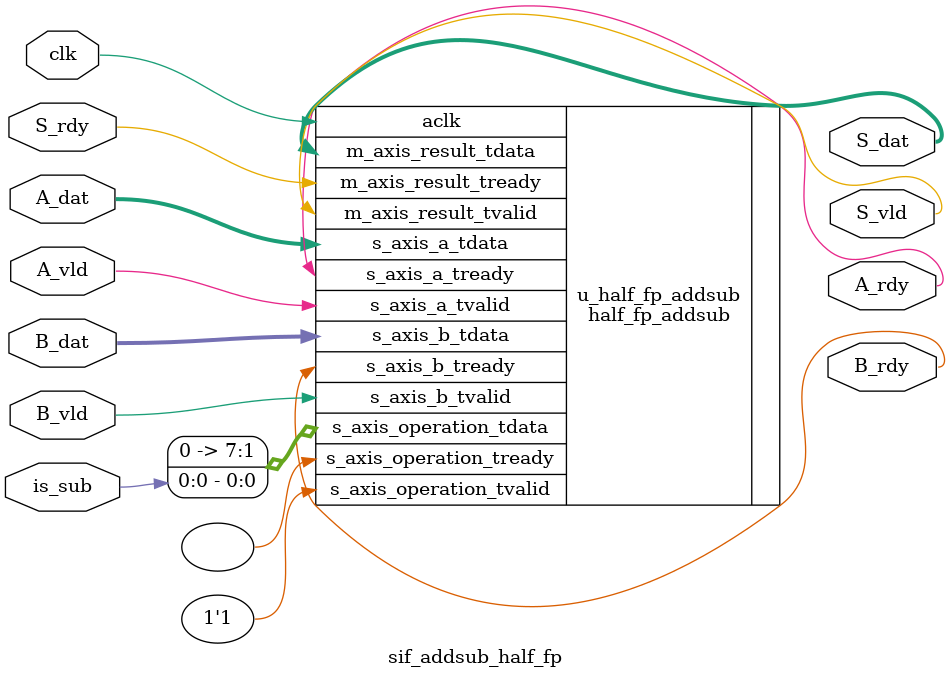
<source format=v>
`timescale 1ns / 1ps


module sif_addsub_half_fp(
  input                       clk,
  input                       is_sub,
  input                       A_vld,
  input   [16-1:0]       A_dat,
  output                      A_rdy,
  input                       B_vld,
  input   [16-1:0]       B_dat,
  output                      B_rdy,
  output                      S_vld,
  output  [16-1:0]       S_dat,
  input                       S_rdy
    );
    
half_fp_addsub u_half_fp_addsub (
  .aclk(clk),                                  // input wire aclk
  .s_axis_a_tvalid(A_vld),            // input wire s_axis_a_tvalid
  .s_axis_a_tready(A_rdy),            // output wire s_axis_a_tready
  .s_axis_a_tdata(A_dat),              // input wire [15 : 0] s_axis_a_tdata
  .s_axis_b_tvalid(B_vld),            // input wire s_axis_b_tvalid
  .s_axis_b_tready(B_rdy),            // output wire s_axis_b_tready
  .s_axis_b_tdata(B_dat),              // input wire [15 : 0] s_axis_b_tdata
  .s_axis_operation_tvalid(1'b1),  // input wire s_axis_operation_tvalid
  .s_axis_operation_tready(),  // output wire s_axis_operation_tready
  .s_axis_operation_tdata({{7{1'b0}}, is_sub}),    // input wire [7 : 0] s_axis_operation_tdata
  .m_axis_result_tvalid(S_vld),  // output wire m_axis_result_tvalid
  .m_axis_result_tready(S_rdy),  // input wire m_axis_result_tready
  .m_axis_result_tdata(S_dat)    // output wire [15 : 0] m_axis_result_tdata
);    

endmodule

</source>
